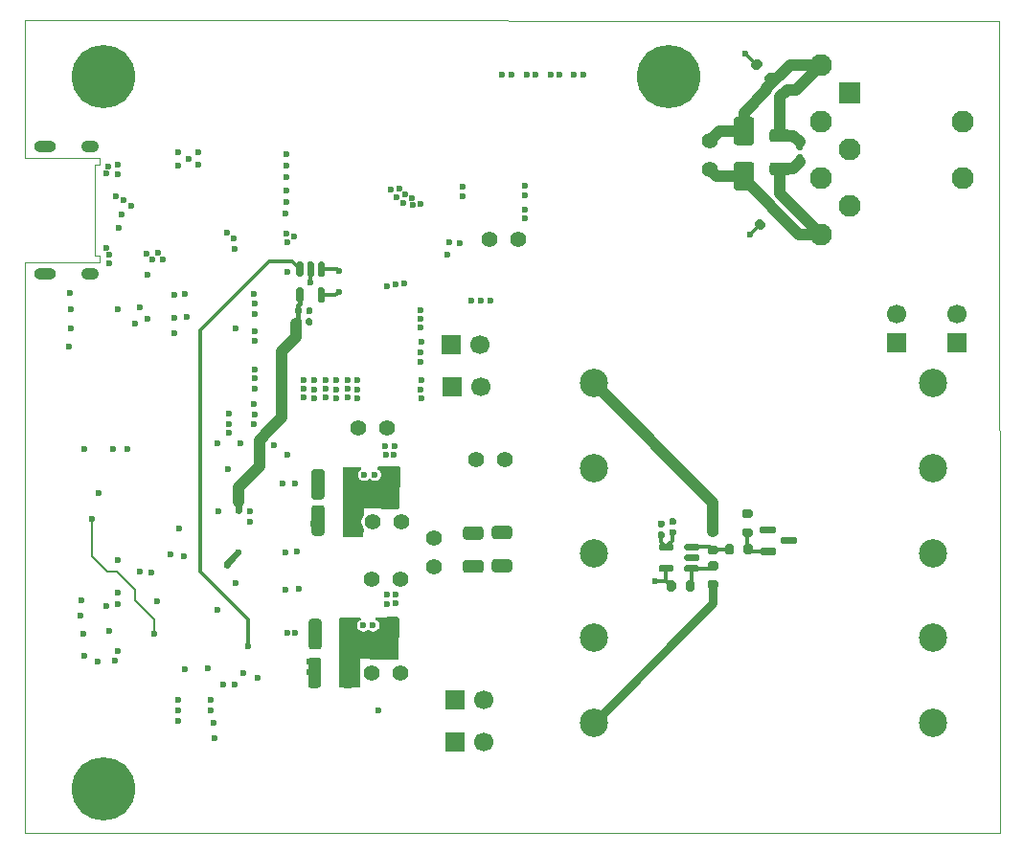
<source format=gbl>
G04 #@! TF.GenerationSoftware,KiCad,Pcbnew,9.0.1+1*
G04 #@! TF.CreationDate,2025-10-15T10:44:53+00:00*
G04 #@! TF.ProjectId,c64psu,63363470-7375-42e6-9b69-6361645f7063,rev?*
G04 #@! TF.SameCoordinates,Original*
G04 #@! TF.FileFunction,Copper,L4,Bot*
G04 #@! TF.FilePolarity,Positive*
%FSLAX46Y46*%
G04 Gerber Fmt 4.6, Leading zero omitted, Abs format (unit mm)*
G04 Created by KiCad (PCBNEW 9.0.1+1) date 2025-10-15 10:44:53*
%MOMM*%
%LPD*%
G01*
G04 APERTURE LIST*
G04 #@! TA.AperFunction,Profile*
%ADD10C,0.050000*%
G04 #@! TD*
G04 #@! TA.AperFunction,ComponentPad*
%ADD11C,2.500000*%
G04 #@! TD*
G04 #@! TA.AperFunction,ComponentPad*
%ADD12C,1.400000*%
G04 #@! TD*
G04 #@! TA.AperFunction,ComponentPad*
%ADD13C,3.600000*%
G04 #@! TD*
G04 #@! TA.AperFunction,ConnectorPad*
%ADD14C,5.600000*%
G04 #@! TD*
G04 #@! TA.AperFunction,ComponentPad*
%ADD15R,1.700000X1.700000*%
G04 #@! TD*
G04 #@! TA.AperFunction,ComponentPad*
%ADD16C,1.700000*%
G04 #@! TD*
G04 #@! TA.AperFunction,ComponentPad*
%ADD17O,1.550000X1.050000*%
G04 #@! TD*
G04 #@! TA.AperFunction,ComponentPad*
%ADD18O,1.950000X1.050000*%
G04 #@! TD*
G04 #@! TA.AperFunction,ComponentPad*
%ADD19C,1.950000*%
G04 #@! TD*
G04 #@! TA.AperFunction,ComponentPad*
%ADD20R,1.950000X1.950000*%
G04 #@! TD*
G04 #@! TA.AperFunction,ViaPad*
%ADD21C,0.600000*%
G04 #@! TD*
G04 #@! TA.AperFunction,Conductor*
%ADD22C,0.300000*%
G04 #@! TD*
G04 #@! TA.AperFunction,Conductor*
%ADD23C,0.800000*%
G04 #@! TD*
G04 #@! TA.AperFunction,Conductor*
%ADD24C,1.000000*%
G04 #@! TD*
G04 #@! TA.AperFunction,Conductor*
%ADD25C,0.600000*%
G04 #@! TD*
G04 #@! TA.AperFunction,Conductor*
%ADD26C,0.400000*%
G04 #@! TD*
G04 #@! TA.AperFunction,Conductor*
%ADD27C,0.210000*%
G04 #@! TD*
G04 APERTURE END LIST*
D10*
X219224551Y-37033468D02*
X219250062Y-108900624D01*
X133100087Y-108875624D01*
X133075074Y-58400000D01*
X139675000Y-58400000D01*
X139675000Y-57800000D01*
X139250000Y-57800000D01*
X139250000Y-49750000D01*
X139700000Y-49750000D01*
X139700000Y-49150000D01*
X133075000Y-49150000D01*
X133075000Y-37008468D01*
X219224551Y-37033468D01*
D11*
X183370000Y-69110000D03*
X183370000Y-76610000D03*
X183370000Y-84110000D03*
X183370000Y-91610000D03*
X183370000Y-99110000D03*
X213370000Y-69110000D03*
X213370000Y-76610000D03*
X213370000Y-84110000D03*
X213370000Y-91610000D03*
X213370000Y-99110000D03*
D12*
X163748400Y-94691200D03*
X166288400Y-94691200D03*
X163799200Y-81330800D03*
X166339200Y-81330800D03*
D13*
X190000000Y-42000000D03*
D14*
X190000000Y-42000000D03*
D15*
X170784600Y-65684400D03*
D16*
X173324600Y-65684400D03*
D15*
X171140200Y-100787200D03*
D16*
X173680200Y-100787200D03*
D15*
X170835400Y-69392800D03*
D16*
X173375400Y-69392800D03*
D12*
X172994001Y-75844400D03*
X175534001Y-75844400D03*
X165079999Y-73050400D03*
X162539999Y-73050400D03*
X169214800Y-85344000D03*
X169214800Y-82804000D03*
D17*
X138850000Y-48155000D03*
X138850000Y-59395000D03*
D18*
X134850000Y-48155000D03*
X134850000Y-59395000D03*
D15*
X171140200Y-97078800D03*
D16*
X173680200Y-97078800D03*
D12*
X166248400Y-86410800D03*
X163708400Y-86410800D03*
D13*
X140000000Y-105000000D03*
D14*
X140000000Y-105000000D03*
D12*
X174170300Y-56365150D03*
X176710300Y-56365150D03*
D19*
X215980000Y-50940000D03*
X215980000Y-45940000D03*
D20*
X205980000Y-43440000D03*
D19*
X205980000Y-48440000D03*
X205980000Y-53440000D03*
X203480000Y-45940000D03*
X203480000Y-50940000D03*
X203480000Y-40940000D03*
X203480000Y-55940000D03*
D12*
X193598800Y-50170399D03*
X193598800Y-47630399D03*
D13*
X140000000Y-42000000D03*
D14*
X140000000Y-42000000D03*
G04 #@! TA.AperFunction,SMDPad,CuDef*
G36*
G01*
X197296800Y-52036802D02*
X195996800Y-52036802D01*
G75*
G02*
X195746800Y-51786802I0J250000D01*
G01*
X195746800Y-49786802D01*
G75*
G02*
X195996800Y-49536802I250000J0D01*
G01*
X197296800Y-49536802D01*
G75*
G02*
X197546800Y-49786802I0J-250000D01*
G01*
X197546800Y-51786802D01*
G75*
G02*
X197296800Y-52036802I-250000J0D01*
G01*
G37*
G04 #@! TD.AperFunction*
G04 #@! TA.AperFunction,SMDPad,CuDef*
G36*
G01*
X197296800Y-48036800D02*
X195996800Y-48036800D01*
G75*
G02*
X195746800Y-47786800I0J250000D01*
G01*
X195746800Y-45786800D01*
G75*
G02*
X195996800Y-45536800I250000J0D01*
G01*
X197296800Y-45536800D01*
G75*
G02*
X197546800Y-45786800I0J-250000D01*
G01*
X197546800Y-47786800D01*
G75*
G02*
X197296800Y-48036800I-250000J0D01*
G01*
G37*
G04 #@! TD.AperFunction*
G04 #@! TA.AperFunction,SMDPad,CuDef*
G36*
G01*
X193628600Y-84830200D02*
X194178600Y-84830200D01*
G75*
G02*
X194378600Y-85030200I0J-200000D01*
G01*
X194378600Y-85430200D01*
G75*
G02*
X194178600Y-85630200I-200000J0D01*
G01*
X193628600Y-85630200D01*
G75*
G02*
X193428600Y-85430200I0J200000D01*
G01*
X193428600Y-85030200D01*
G75*
G02*
X193628600Y-84830200I200000J0D01*
G01*
G37*
G04 #@! TD.AperFunction*
G04 #@! TA.AperFunction,SMDPad,CuDef*
G36*
G01*
X193628600Y-86480200D02*
X194178600Y-86480200D01*
G75*
G02*
X194378600Y-86680200I0J-200000D01*
G01*
X194378600Y-87080200D01*
G75*
G02*
X194178600Y-87280200I-200000J0D01*
G01*
X193628600Y-87280200D01*
G75*
G02*
X193428600Y-87080200I0J200000D01*
G01*
X193428600Y-86680200D01*
G75*
G02*
X193628600Y-86480200I200000J0D01*
G01*
G37*
G04 #@! TD.AperFunction*
G04 #@! TA.AperFunction,SMDPad,CuDef*
G36*
G01*
X192706400Y-83431201D02*
X192706400Y-83731201D01*
G75*
G02*
X192556400Y-83881201I-150000J0D01*
G01*
X191531400Y-83881201D01*
G75*
G02*
X191381400Y-83731201I0J150000D01*
G01*
X191381400Y-83431201D01*
G75*
G02*
X191531400Y-83281201I150000J0D01*
G01*
X192556400Y-83281201D01*
G75*
G02*
X192706400Y-83431201I0J-150000D01*
G01*
G37*
G04 #@! TD.AperFunction*
G04 #@! TA.AperFunction,SMDPad,CuDef*
G36*
G01*
X192706400Y-84381200D02*
X192706400Y-84681200D01*
G75*
G02*
X192556400Y-84831200I-150000J0D01*
G01*
X191531400Y-84831200D01*
G75*
G02*
X191381400Y-84681200I0J150000D01*
G01*
X191381400Y-84381200D01*
G75*
G02*
X191531400Y-84231200I150000J0D01*
G01*
X192556400Y-84231200D01*
G75*
G02*
X192706400Y-84381200I0J-150000D01*
G01*
G37*
G04 #@! TD.AperFunction*
G04 #@! TA.AperFunction,SMDPad,CuDef*
G36*
G01*
X192706400Y-85331199D02*
X192706400Y-85631199D01*
G75*
G02*
X192556400Y-85781199I-150000J0D01*
G01*
X191531400Y-85781199D01*
G75*
G02*
X191381400Y-85631199I0J150000D01*
G01*
X191381400Y-85331199D01*
G75*
G02*
X191531400Y-85181199I150000J0D01*
G01*
X192556400Y-85181199D01*
G75*
G02*
X192706400Y-85331199I0J-150000D01*
G01*
G37*
G04 #@! TD.AperFunction*
G04 #@! TA.AperFunction,SMDPad,CuDef*
G36*
G01*
X190431400Y-85331199D02*
X190431400Y-85631199D01*
G75*
G02*
X190281400Y-85781199I-150000J0D01*
G01*
X189256400Y-85781199D01*
G75*
G02*
X189106400Y-85631199I0J150000D01*
G01*
X189106400Y-85331199D01*
G75*
G02*
X189256400Y-85181199I150000J0D01*
G01*
X190281400Y-85181199D01*
G75*
G02*
X190431400Y-85331199I0J-150000D01*
G01*
G37*
G04 #@! TD.AperFunction*
G04 #@! TA.AperFunction,SMDPad,CuDef*
G36*
G01*
X190431400Y-83431201D02*
X190431400Y-83731201D01*
G75*
G02*
X190281400Y-83881201I-150000J0D01*
G01*
X189256400Y-83881201D01*
G75*
G02*
X189106400Y-83731201I0J150000D01*
G01*
X189106400Y-83431201D01*
G75*
G02*
X189256400Y-83281201I150000J0D01*
G01*
X190281400Y-83281201D01*
G75*
G02*
X190431400Y-83431201I0J-150000D01*
G01*
G37*
G04 #@! TD.AperFunction*
G04 #@! TA.AperFunction,SMDPad,CuDef*
G36*
G01*
X157243601Y-58347200D02*
X157543601Y-58347200D01*
G75*
G02*
X157693601Y-58497200I0J-150000D01*
G01*
X157693601Y-59522200D01*
G75*
G02*
X157543601Y-59672200I-150000J0D01*
G01*
X157243601Y-59672200D01*
G75*
G02*
X157093601Y-59522200I0J150000D01*
G01*
X157093601Y-58497200D01*
G75*
G02*
X157243601Y-58347200I150000J0D01*
G01*
G37*
G04 #@! TD.AperFunction*
G04 #@! TA.AperFunction,SMDPad,CuDef*
G36*
G01*
X158193600Y-58347200D02*
X158493600Y-58347200D01*
G75*
G02*
X158643600Y-58497200I0J-150000D01*
G01*
X158643600Y-59522200D01*
G75*
G02*
X158493600Y-59672200I-150000J0D01*
G01*
X158193600Y-59672200D01*
G75*
G02*
X158043600Y-59522200I0J150000D01*
G01*
X158043600Y-58497200D01*
G75*
G02*
X158193600Y-58347200I150000J0D01*
G01*
G37*
G04 #@! TD.AperFunction*
G04 #@! TA.AperFunction,SMDPad,CuDef*
G36*
G01*
X159143599Y-58347200D02*
X159443599Y-58347200D01*
G75*
G02*
X159593599Y-58497200I0J-150000D01*
G01*
X159593599Y-59522200D01*
G75*
G02*
X159443599Y-59672200I-150000J0D01*
G01*
X159143599Y-59672200D01*
G75*
G02*
X158993599Y-59522200I0J150000D01*
G01*
X158993599Y-58497200D01*
G75*
G02*
X159143599Y-58347200I150000J0D01*
G01*
G37*
G04 #@! TD.AperFunction*
G04 #@! TA.AperFunction,SMDPad,CuDef*
G36*
G01*
X159143599Y-60622200D02*
X159443599Y-60622200D01*
G75*
G02*
X159593599Y-60772200I0J-150000D01*
G01*
X159593599Y-61797200D01*
G75*
G02*
X159443599Y-61947200I-150000J0D01*
G01*
X159143599Y-61947200D01*
G75*
G02*
X158993599Y-61797200I0J150000D01*
G01*
X158993599Y-60772200D01*
G75*
G02*
X159143599Y-60622200I150000J0D01*
G01*
G37*
G04 #@! TD.AperFunction*
G04 #@! TA.AperFunction,SMDPad,CuDef*
G36*
G01*
X157243601Y-60622200D02*
X157543601Y-60622200D01*
G75*
G02*
X157693601Y-60772200I0J-150000D01*
G01*
X157693601Y-61797200D01*
G75*
G02*
X157543601Y-61947200I-150000J0D01*
G01*
X157243601Y-61947200D01*
G75*
G02*
X157093601Y-61797200I0J150000D01*
G01*
X157093601Y-60772200D01*
G75*
G02*
X157243601Y-60622200I150000J0D01*
G01*
G37*
G04 #@! TD.AperFunction*
G04 #@! TA.AperFunction,SMDPad,CuDef*
G36*
G01*
X192283800Y-86745400D02*
X192283800Y-87295400D01*
G75*
G02*
X192083800Y-87495400I-200000J0D01*
G01*
X191683800Y-87495400D01*
G75*
G02*
X191483800Y-87295400I0J200000D01*
G01*
X191483800Y-86745400D01*
G75*
G02*
X191683800Y-86545400I200000J0D01*
G01*
X192083800Y-86545400D01*
G75*
G02*
X192283800Y-86745400I0J-200000D01*
G01*
G37*
G04 #@! TD.AperFunction*
G04 #@! TA.AperFunction,SMDPad,CuDef*
G36*
G01*
X190633800Y-86745400D02*
X190633800Y-87295400D01*
G75*
G02*
X190433800Y-87495400I-200000J0D01*
G01*
X190033800Y-87495400D01*
G75*
G02*
X189833800Y-87295400I0J200000D01*
G01*
X189833800Y-86745400D01*
G75*
G02*
X190033800Y-86545400I200000J0D01*
G01*
X190433800Y-86545400D01*
G75*
G02*
X190633800Y-86745400I0J-200000D01*
G01*
G37*
G04 #@! TD.AperFunction*
G04 #@! TA.AperFunction,SMDPad,CuDef*
G36*
G01*
X197226600Y-82696000D02*
X196676600Y-82696000D01*
G75*
G02*
X196476600Y-82496000I0J200000D01*
G01*
X196476600Y-82096000D01*
G75*
G02*
X196676600Y-81896000I200000J0D01*
G01*
X197226600Y-81896000D01*
G75*
G02*
X197426600Y-82096000I0J-200000D01*
G01*
X197426600Y-82496000D01*
G75*
G02*
X197226600Y-82696000I-200000J0D01*
G01*
G37*
G04 #@! TD.AperFunction*
G04 #@! TA.AperFunction,SMDPad,CuDef*
G36*
G01*
X197226600Y-81046000D02*
X196676600Y-81046000D01*
G75*
G02*
X196476600Y-80846000I0J200000D01*
G01*
X196476600Y-80446000D01*
G75*
G02*
X196676600Y-80246000I200000J0D01*
G01*
X197226600Y-80246000D01*
G75*
G02*
X197426600Y-80446000I0J-200000D01*
G01*
X197426600Y-80846000D01*
G75*
G02*
X197226600Y-81046000I-200000J0D01*
G01*
G37*
G04 #@! TD.AperFunction*
G04 #@! TA.AperFunction,SMDPad,CuDef*
G36*
G01*
X162222400Y-93591200D02*
X162222400Y-95791200D01*
G75*
G02*
X161972400Y-96041200I-250000J0D01*
G01*
X161322400Y-96041200D01*
G75*
G02*
X161072400Y-95791200I0J250000D01*
G01*
X161072400Y-93591200D01*
G75*
G02*
X161322400Y-93341200I250000J0D01*
G01*
X161972400Y-93341200D01*
G75*
G02*
X162222400Y-93591200I0J-250000D01*
G01*
G37*
G04 #@! TD.AperFunction*
G04 #@! TA.AperFunction,SMDPad,CuDef*
G36*
G01*
X159272400Y-93591200D02*
X159272400Y-95791200D01*
G75*
G02*
X159022400Y-96041200I-250000J0D01*
G01*
X158372400Y-96041200D01*
G75*
G02*
X158122400Y-95791200I0J250000D01*
G01*
X158122400Y-93591200D01*
G75*
G02*
X158372400Y-93341200I250000J0D01*
G01*
X159022400Y-93341200D01*
G75*
G02*
X159272400Y-93591200I0J-250000D01*
G01*
G37*
G04 #@! TD.AperFunction*
G04 #@! TA.AperFunction,SMDPad,CuDef*
G36*
G01*
X158427199Y-79128800D02*
X158427199Y-76928800D01*
G75*
G02*
X158677199Y-76678800I250000J0D01*
G01*
X159327199Y-76678800D01*
G75*
G02*
X159577199Y-76928800I0J-250000D01*
G01*
X159577199Y-79128800D01*
G75*
G02*
X159327199Y-79378800I-250000J0D01*
G01*
X158677199Y-79378800D01*
G75*
G02*
X158427199Y-79128800I0J250000D01*
G01*
G37*
G04 #@! TD.AperFunction*
G04 #@! TA.AperFunction,SMDPad,CuDef*
G36*
G01*
X161377201Y-79128800D02*
X161377201Y-76928800D01*
G75*
G02*
X161627201Y-76678800I250000J0D01*
G01*
X162277201Y-76678800D01*
G75*
G02*
X162527201Y-76928800I0J-250000D01*
G01*
X162527201Y-79128800D01*
G75*
G02*
X162277201Y-79378800I-250000J0D01*
G01*
X161627201Y-79378800D01*
G75*
G02*
X161377201Y-79128800I0J250000D01*
G01*
G37*
G04 #@! TD.AperFunction*
G04 #@! TA.AperFunction,SMDPad,CuDef*
G36*
G01*
X174603708Y-81712215D02*
X175903708Y-81712215D01*
G75*
G02*
X176153708Y-81962215I0J-250000D01*
G01*
X176153708Y-82612215D01*
G75*
G02*
X175903708Y-82862215I-250000J0D01*
G01*
X174603708Y-82862215D01*
G75*
G02*
X174353708Y-82612215I0J250000D01*
G01*
X174353708Y-81962215D01*
G75*
G02*
X174603708Y-81712215I250000J0D01*
G01*
G37*
G04 #@! TD.AperFunction*
G04 #@! TA.AperFunction,SMDPad,CuDef*
G36*
G01*
X174603708Y-84662217D02*
X175903708Y-84662217D01*
G75*
G02*
X176153708Y-84912217I0J-250000D01*
G01*
X176153708Y-85562217D01*
G75*
G02*
X175903708Y-85812217I-250000J0D01*
G01*
X174603708Y-85812217D01*
G75*
G02*
X174353708Y-85562217I0J250000D01*
G01*
X174353708Y-84912217D01*
G75*
G02*
X174603708Y-84662217I250000J0D01*
G01*
G37*
G04 #@! TD.AperFunction*
G04 #@! TA.AperFunction,SMDPad,CuDef*
G36*
G01*
X199350551Y-53396940D02*
X199739460Y-53785849D01*
G75*
G02*
X199739460Y-54068691I-141421J-141421D01*
G01*
X199456617Y-54351534D01*
G75*
G02*
X199173775Y-54351534I-141421J141421D01*
G01*
X198784866Y-53962625D01*
G75*
G02*
X198784866Y-53679783I141421J141421D01*
G01*
X199067709Y-53396940D01*
G75*
G02*
X199350551Y-53396940I141421J-141421D01*
G01*
G37*
G04 #@! TD.AperFunction*
G04 #@! TA.AperFunction,SMDPad,CuDef*
G36*
G01*
X198183825Y-54563666D02*
X198572734Y-54952575D01*
G75*
G02*
X198572734Y-55235417I-141421J-141421D01*
G01*
X198289891Y-55518260D01*
G75*
G02*
X198007049Y-55518260I-141421J141421D01*
G01*
X197618140Y-55129351D01*
G75*
G02*
X197618140Y-54846509I141421J141421D01*
G01*
X197900983Y-54563666D01*
G75*
G02*
X198183825Y-54563666I141421J-141421D01*
G01*
G37*
G04 #@! TD.AperFunction*
G04 #@! TA.AperFunction,SMDPad,CuDef*
G36*
G01*
X199170000Y-46619999D02*
X200470000Y-46619999D01*
G75*
G02*
X200720000Y-46869999I0J-250000D01*
G01*
X200720000Y-47519999D01*
G75*
G02*
X200470000Y-47769999I-250000J0D01*
G01*
X199170000Y-47769999D01*
G75*
G02*
X198920000Y-47519999I0J250000D01*
G01*
X198920000Y-46869999D01*
G75*
G02*
X199170000Y-46619999I250000J0D01*
G01*
G37*
G04 #@! TD.AperFunction*
G04 #@! TA.AperFunction,SMDPad,CuDef*
G36*
G01*
X199170000Y-49570001D02*
X200470000Y-49570001D01*
G75*
G02*
X200720000Y-49820001I0J-250000D01*
G01*
X200720000Y-50470001D01*
G75*
G02*
X200470000Y-50720001I-250000J0D01*
G01*
X199170000Y-50720001D01*
G75*
G02*
X198920000Y-50470001I0J250000D01*
G01*
X198920000Y-49820001D01*
G75*
G02*
X199170000Y-49570001I250000J0D01*
G01*
G37*
G04 #@! TD.AperFunction*
G04 #@! TA.AperFunction,SMDPad,CuDef*
G36*
G01*
X156974000Y-63822400D02*
X156974000Y-63482400D01*
G75*
G02*
X157114000Y-63342400I140000J0D01*
G01*
X157394000Y-63342400D01*
G75*
G02*
X157534000Y-63482400I0J-140000D01*
G01*
X157534000Y-63822400D01*
G75*
G02*
X157394000Y-63962400I-140000J0D01*
G01*
X157114000Y-63962400D01*
G75*
G02*
X156974000Y-63822400I0J140000D01*
G01*
G37*
G04 #@! TD.AperFunction*
G04 #@! TA.AperFunction,SMDPad,CuDef*
G36*
G01*
X157934000Y-63822400D02*
X157934000Y-63482400D01*
G75*
G02*
X158074000Y-63342400I140000J0D01*
G01*
X158354000Y-63342400D01*
G75*
G02*
X158494000Y-63482400I0J-140000D01*
G01*
X158494000Y-63822400D01*
G75*
G02*
X158354000Y-63962400I-140000J0D01*
G01*
X158074000Y-63962400D01*
G75*
G02*
X157934000Y-63822400I0J140000D01*
G01*
G37*
G04 #@! TD.AperFunction*
G04 #@! TA.AperFunction,SMDPad,CuDef*
G36*
G01*
X158427199Y-82329200D02*
X158427199Y-80129200D01*
G75*
G02*
X158677199Y-79879200I250000J0D01*
G01*
X159327199Y-79879200D01*
G75*
G02*
X159577199Y-80129200I0J-250000D01*
G01*
X159577199Y-82329200D01*
G75*
G02*
X159327199Y-82579200I-250000J0D01*
G01*
X158677199Y-82579200D01*
G75*
G02*
X158427199Y-82329200I0J250000D01*
G01*
G37*
G04 #@! TD.AperFunction*
G04 #@! TA.AperFunction,SMDPad,CuDef*
G36*
G01*
X161377201Y-82329200D02*
X161377201Y-80129200D01*
G75*
G02*
X161627201Y-79879200I250000J0D01*
G01*
X162277201Y-79879200D01*
G75*
G02*
X162527201Y-80129200I0J-250000D01*
G01*
X162527201Y-82329200D01*
G75*
G02*
X162277201Y-82579200I-250000J0D01*
G01*
X161627201Y-82579200D01*
G75*
G02*
X161377201Y-82329200I0J250000D01*
G01*
G37*
G04 #@! TD.AperFunction*
G04 #@! TA.AperFunction,SMDPad,CuDef*
G36*
G01*
X162273201Y-90187600D02*
X162273201Y-92387600D01*
G75*
G02*
X162023201Y-92637600I-250000J0D01*
G01*
X161373201Y-92637600D01*
G75*
G02*
X161123201Y-92387600I0J250000D01*
G01*
X161123201Y-90187600D01*
G75*
G02*
X161373201Y-89937600I250000J0D01*
G01*
X162023201Y-89937600D01*
G75*
G02*
X162273201Y-90187600I0J-250000D01*
G01*
G37*
G04 #@! TD.AperFunction*
G04 #@! TA.AperFunction,SMDPad,CuDef*
G36*
G01*
X159323199Y-90187600D02*
X159323199Y-92387600D01*
G75*
G02*
X159073199Y-92637600I-250000J0D01*
G01*
X158423199Y-92637600D01*
G75*
G02*
X158173199Y-92387600I0J250000D01*
G01*
X158173199Y-90187600D01*
G75*
G02*
X158423199Y-89937600I250000J0D01*
G01*
X159073199Y-89937600D01*
G75*
G02*
X159323199Y-90187600I0J-250000D01*
G01*
G37*
G04 #@! TD.AperFunction*
G04 #@! TA.AperFunction,SMDPad,CuDef*
G36*
G01*
X194964600Y-84044200D02*
X194964600Y-83494200D01*
G75*
G02*
X195164600Y-83294200I200000J0D01*
G01*
X195564600Y-83294200D01*
G75*
G02*
X195764600Y-83494200I0J-200000D01*
G01*
X195764600Y-84044200D01*
G75*
G02*
X195564600Y-84244200I-200000J0D01*
G01*
X195164600Y-84244200D01*
G75*
G02*
X194964600Y-84044200I0J200000D01*
G01*
G37*
G04 #@! TD.AperFunction*
G04 #@! TA.AperFunction,SMDPad,CuDef*
G36*
G01*
X196614600Y-84044200D02*
X196614600Y-83494200D01*
G75*
G02*
X196814600Y-83294200I200000J0D01*
G01*
X197214600Y-83294200D01*
G75*
G02*
X197414600Y-83494200I0J-200000D01*
G01*
X197414600Y-84044200D01*
G75*
G02*
X197214600Y-84244200I-200000J0D01*
G01*
X196814600Y-84244200D01*
G75*
G02*
X196614600Y-84044200I0J200000D01*
G01*
G37*
G04 #@! TD.AperFunction*
D15*
X215442800Y-65486200D03*
D16*
X215442800Y-62946200D03*
G04 #@! TA.AperFunction,SMDPad,CuDef*
G36*
G01*
X189161600Y-81259200D02*
X189501600Y-81259200D01*
G75*
G02*
X189641600Y-81399200I0J-140000D01*
G01*
X189641600Y-81679200D01*
G75*
G02*
X189501600Y-81819200I-140000J0D01*
G01*
X189161600Y-81819200D01*
G75*
G02*
X189021600Y-81679200I0J140000D01*
G01*
X189021600Y-81399200D01*
G75*
G02*
X189161600Y-81259200I140000J0D01*
G01*
G37*
G04 #@! TD.AperFunction*
G04 #@! TA.AperFunction,SMDPad,CuDef*
G36*
G01*
X189161600Y-82219200D02*
X189501600Y-82219200D01*
G75*
G02*
X189641600Y-82359200I0J-140000D01*
G01*
X189641600Y-82639200D01*
G75*
G02*
X189501600Y-82779200I-140000J0D01*
G01*
X189161600Y-82779200D01*
G75*
G02*
X189021600Y-82639200I0J140000D01*
G01*
X189021600Y-82359200D01*
G75*
G02*
X189161600Y-82219200I140000J0D01*
G01*
G37*
G04 #@! TD.AperFunction*
G04 #@! TA.AperFunction,SMDPad,CuDef*
G36*
G01*
X198019800Y-84121300D02*
X198019800Y-83821300D01*
G75*
G02*
X198169800Y-83671300I150000J0D01*
G01*
X199344800Y-83671300D01*
G75*
G02*
X199494800Y-83821300I0J-150000D01*
G01*
X199494800Y-84121300D01*
G75*
G02*
X199344800Y-84271300I-150000J0D01*
G01*
X198169800Y-84271300D01*
G75*
G02*
X198019800Y-84121300I0J150000D01*
G01*
G37*
G04 #@! TD.AperFunction*
G04 #@! TA.AperFunction,SMDPad,CuDef*
G36*
G01*
X198019800Y-82221300D02*
X198019800Y-81921300D01*
G75*
G02*
X198169800Y-81771300I150000J0D01*
G01*
X199344800Y-81771300D01*
G75*
G02*
X199494800Y-81921300I0J-150000D01*
G01*
X199494800Y-82221300D01*
G75*
G02*
X199344800Y-82371300I-150000J0D01*
G01*
X198169800Y-82371300D01*
G75*
G02*
X198019800Y-82221300I0J150000D01*
G01*
G37*
G04 #@! TD.AperFunction*
G04 #@! TA.AperFunction,SMDPad,CuDef*
G36*
G01*
X199894801Y-83171300D02*
X199894801Y-82871300D01*
G75*
G02*
X200044801Y-82721300I150000J0D01*
G01*
X201219801Y-82721300D01*
G75*
G02*
X201369801Y-82871300I0J-150000D01*
G01*
X201369801Y-83171300D01*
G75*
G02*
X201219801Y-83321300I-150000J0D01*
G01*
X200044801Y-83321300D01*
G75*
G02*
X199894801Y-83171300I0J150000D01*
G01*
G37*
G04 #@! TD.AperFunction*
G04 #@! TA.AperFunction,SMDPad,CuDef*
G36*
G01*
X172071743Y-81763741D02*
X173371743Y-81763741D01*
G75*
G02*
X173621743Y-82013741I0J-250000D01*
G01*
X173621743Y-82663741D01*
G75*
G02*
X173371743Y-82913741I-250000J0D01*
G01*
X172071743Y-82913741D01*
G75*
G02*
X171821743Y-82663741I0J250000D01*
G01*
X171821743Y-82013741D01*
G75*
G02*
X172071743Y-81763741I250000J0D01*
G01*
G37*
G04 #@! TD.AperFunction*
G04 #@! TA.AperFunction,SMDPad,CuDef*
G36*
G01*
X172071743Y-84713743D02*
X173371743Y-84713743D01*
G75*
G02*
X173621743Y-84963743I0J-250000D01*
G01*
X173621743Y-85613743D01*
G75*
G02*
X173371743Y-85863743I-250000J0D01*
G01*
X172071743Y-85863743D01*
G75*
G02*
X171821743Y-85613743I0J250000D01*
G01*
X171821743Y-84963743D01*
G75*
G02*
X172071743Y-84713743I250000J0D01*
G01*
G37*
G04 #@! TD.AperFunction*
G04 #@! TA.AperFunction,SMDPad,CuDef*
G36*
G01*
X201404400Y-47906400D02*
X201744400Y-47906400D01*
G75*
G02*
X201884400Y-48046400I0J-140000D01*
G01*
X201884400Y-48326400D01*
G75*
G02*
X201744400Y-48466400I-140000J0D01*
G01*
X201404400Y-48466400D01*
G75*
G02*
X201264400Y-48326400I0J140000D01*
G01*
X201264400Y-48046400D01*
G75*
G02*
X201404400Y-47906400I140000J0D01*
G01*
G37*
G04 #@! TD.AperFunction*
G04 #@! TA.AperFunction,SMDPad,CuDef*
G36*
G01*
X201404400Y-48866400D02*
X201744400Y-48866400D01*
G75*
G02*
X201884400Y-49006400I0J-140000D01*
G01*
X201884400Y-49286400D01*
G75*
G02*
X201744400Y-49426400I-140000J0D01*
G01*
X201404400Y-49426400D01*
G75*
G02*
X201264400Y-49286400I0J140000D01*
G01*
X201264400Y-49006400D01*
G75*
G02*
X201404400Y-48866400I140000J0D01*
G01*
G37*
G04 #@! TD.AperFunction*
G04 #@! TA.AperFunction,SMDPad,CuDef*
G36*
G01*
X190517600Y-82548000D02*
X190177600Y-82548000D01*
G75*
G02*
X190037600Y-82408000I0J140000D01*
G01*
X190037600Y-82128000D01*
G75*
G02*
X190177600Y-81988000I140000J0D01*
G01*
X190517600Y-81988000D01*
G75*
G02*
X190657600Y-82128000I0J-140000D01*
G01*
X190657600Y-82408000D01*
G75*
G02*
X190517600Y-82548000I-140000J0D01*
G01*
G37*
G04 #@! TD.AperFunction*
G04 #@! TA.AperFunction,SMDPad,CuDef*
G36*
G01*
X190517600Y-81588000D02*
X190177600Y-81588000D01*
G75*
G02*
X190037600Y-81448000I0J140000D01*
G01*
X190037600Y-81168000D01*
G75*
G02*
X190177600Y-81028000I140000J0D01*
G01*
X190517600Y-81028000D01*
G75*
G02*
X190657600Y-81168000I0J-140000D01*
G01*
X190657600Y-81448000D01*
G75*
G02*
X190517600Y-81588000I-140000J0D01*
G01*
G37*
G04 #@! TD.AperFunction*
G04 #@! TA.AperFunction,SMDPad,CuDef*
G36*
G01*
X197313340Y-40831849D02*
X197702249Y-40442940D01*
G75*
G02*
X197985091Y-40442940I141421J-141421D01*
G01*
X198267934Y-40725783D01*
G75*
G02*
X198267934Y-41008625I-141421J-141421D01*
G01*
X197879025Y-41397534D01*
G75*
G02*
X197596183Y-41397534I-141421J141421D01*
G01*
X197313340Y-41114691D01*
G75*
G02*
X197313340Y-40831849I141421J141421D01*
G01*
G37*
G04 #@! TD.AperFunction*
G04 #@! TA.AperFunction,SMDPad,CuDef*
G36*
G01*
X198480066Y-41998575D02*
X198868975Y-41609666D01*
G75*
G02*
X199151817Y-41609666I141421J-141421D01*
G01*
X199434660Y-41892509D01*
G75*
G02*
X199434660Y-42175351I-141421J-141421D01*
G01*
X199045751Y-42564260D01*
G75*
G02*
X198762909Y-42564260I-141421J141421D01*
G01*
X198480066Y-42281417D01*
G75*
G02*
X198480066Y-41998575I141421J141421D01*
G01*
G37*
G04 #@! TD.AperFunction*
D15*
X210108800Y-65537000D03*
D16*
X210108800Y-62997000D03*
G04 #@! TA.AperFunction,SMDPad,CuDef*
G36*
G01*
X158522000Y-62517200D02*
X158522000Y-62857200D01*
G75*
G02*
X158382000Y-62997200I-140000J0D01*
G01*
X158102000Y-62997200D01*
G75*
G02*
X157962000Y-62857200I0J140000D01*
G01*
X157962000Y-62517200D01*
G75*
G02*
X158102000Y-62377200I140000J0D01*
G01*
X158382000Y-62377200D01*
G75*
G02*
X158522000Y-62517200I0J-140000D01*
G01*
G37*
G04 #@! TD.AperFunction*
G04 #@! TA.AperFunction,SMDPad,CuDef*
G36*
G01*
X157562000Y-62517200D02*
X157562000Y-62857200D01*
G75*
G02*
X157422000Y-62997200I-140000J0D01*
G01*
X157142000Y-62997200D01*
G75*
G02*
X157002000Y-62857200I0J140000D01*
G01*
X157002000Y-62517200D01*
G75*
G02*
X157142000Y-62377200I140000J0D01*
G01*
X157422000Y-62377200D01*
G75*
G02*
X157562000Y-62517200I0J-140000D01*
G01*
G37*
G04 #@! TD.AperFunction*
G04 #@! TA.AperFunction,SMDPad,CuDef*
G36*
G01*
X194178600Y-84232200D02*
X193628600Y-84232200D01*
G75*
G02*
X193428600Y-84032200I0J200000D01*
G01*
X193428600Y-83632200D01*
G75*
G02*
X193628600Y-83432200I200000J0D01*
G01*
X194178600Y-83432200D01*
G75*
G02*
X194378600Y-83632200I0J-200000D01*
G01*
X194378600Y-84032200D01*
G75*
G02*
X194178600Y-84232200I-200000J0D01*
G01*
G37*
G04 #@! TD.AperFunction*
G04 #@! TA.AperFunction,SMDPad,CuDef*
G36*
G01*
X194178600Y-82582200D02*
X193628600Y-82582200D01*
G75*
G02*
X193428600Y-82382200I0J200000D01*
G01*
X193428600Y-81982200D01*
G75*
G02*
X193628600Y-81782200I200000J0D01*
G01*
X194178600Y-81782200D01*
G75*
G02*
X194378600Y-81982200I0J-200000D01*
G01*
X194378600Y-82382200D01*
G75*
G02*
X194178600Y-82582200I-200000J0D01*
G01*
G37*
G04 #@! TD.AperFunction*
D21*
X165108825Y-88595899D03*
X180330666Y-41826435D03*
X137007600Y-65836800D03*
X158242000Y-62687200D03*
X165854388Y-88555442D03*
X153397213Y-69534603D03*
X147232327Y-61231221D03*
X147367023Y-63241024D03*
X165056809Y-87792540D03*
X151605000Y-95741000D03*
X165404800Y-51968400D03*
X158556227Y-81495975D03*
X141333500Y-50573950D03*
X146631130Y-48684508D03*
X151064199Y-76720200D03*
X153414200Y-68630800D03*
X158680941Y-90451412D03*
X140331850Y-57091395D03*
X148432067Y-48691598D03*
X163017200Y-90502800D03*
X177264313Y-54513732D03*
X158270000Y-93675200D03*
X158658756Y-95521926D03*
X158625582Y-80565466D03*
X137109200Y-61112400D03*
X164986239Y-75423107D03*
X150084899Y-74380500D03*
X151683800Y-86777400D03*
X189331600Y-81539200D03*
X156289200Y-91135200D03*
X145282548Y-58147437D03*
X177249454Y-53711346D03*
X158985445Y-78639616D03*
X177249454Y-51660805D03*
X165749141Y-74631307D03*
X149522200Y-98027000D03*
X197205600Y-55930800D03*
X168147627Y-68804616D03*
X153431890Y-63006592D03*
X165731802Y-75382650D03*
X141325600Y-84734400D03*
X138323400Y-93201000D03*
X147531100Y-49253150D03*
X137160000Y-62548750D03*
X144836226Y-57520465D03*
X168063455Y-63370012D03*
X141333500Y-49761150D03*
X153379874Y-64506387D03*
X158270000Y-94640400D03*
X158214000Y-63652400D03*
X159002783Y-77434578D03*
X177271743Y-52478050D03*
X140307085Y-50562617D03*
X143818100Y-57662976D03*
X149245400Y-94318600D03*
X164934223Y-74619748D03*
X166682700Y-52402750D03*
X146654600Y-97061800D03*
X138120200Y-88324200D03*
X156212776Y-48842560D03*
X168099001Y-69646800D03*
X138034789Y-89679611D03*
X146673671Y-49826047D03*
X141320600Y-87641000D03*
X170456850Y-57736750D03*
X153440560Y-67904767D03*
X141320600Y-92794600D03*
X153003299Y-80397700D03*
X146659800Y-98027000D03*
X143962600Y-59486800D03*
X167363100Y-53332350D03*
X176095853Y-41819004D03*
X166606159Y-60251828D03*
X137160000Y-64211200D03*
X144775000Y-88375000D03*
X196799200Y-39928800D03*
X147264200Y-94420200D03*
X168079528Y-64120091D03*
X140304600Y-88781400D03*
X168095611Y-67205124D03*
X144395672Y-58112274D03*
X140863400Y-74944200D03*
X146310724Y-63283560D03*
X178205830Y-41811576D03*
X165871727Y-87804099D03*
X140579500Y-58488140D03*
X146324903Y-61263122D03*
X157175200Y-83972400D03*
X156114589Y-54095953D03*
X164033200Y-77193200D03*
X148417887Y-49804776D03*
X168099001Y-66344800D03*
X156174024Y-52075130D03*
X146287500Y-64656750D03*
X182425784Y-41811576D03*
X165971500Y-52605950D03*
X140503893Y-90994456D03*
X165140473Y-60480033D03*
X156219341Y-53075254D03*
X153362536Y-72742258D03*
X192043900Y-84531200D03*
X158343600Y-60198000D03*
X143228200Y-85733400D03*
X171750508Y-52544481D03*
X156936817Y-77946457D03*
X177455451Y-41819004D03*
X146652601Y-98992200D03*
X153026099Y-81362900D03*
X190347600Y-81308000D03*
X141066600Y-93658200D03*
X156959628Y-91158318D03*
X153414199Y-62077600D03*
X139542600Y-93743611D03*
X153371205Y-70947705D03*
X140569594Y-57765003D03*
X153414199Y-71882000D03*
X156208199Y-49834800D03*
X138323400Y-74944200D03*
X171559500Y-56722749D03*
X168097200Y-53238400D03*
X149522200Y-97061800D03*
X168074170Y-62657438D03*
X156220753Y-50860339D03*
X155861820Y-77955127D03*
X171770320Y-51742096D03*
X175286038Y-41833864D03*
X163870799Y-90502800D03*
X165872153Y-60310763D03*
X167292300Y-52758350D03*
X150214499Y-80397700D03*
X179543140Y-41833864D03*
X166530300Y-53113950D03*
X153371205Y-61160023D03*
X166174700Y-51894750D03*
X158748199Y-91287600D03*
X156159200Y-84023200D03*
X163068000Y-77193200D03*
X138276507Y-91241944D03*
X142133400Y-74944200D03*
X181608540Y-41811576D03*
X152116899Y-74403300D03*
X150120848Y-89122200D03*
X153416000Y-65328800D03*
X168160631Y-65397567D03*
X168121619Y-70443121D03*
X170637200Y-56642000D03*
X140498762Y-49899690D03*
X198808100Y-82057200D03*
X156311600Y-59283600D03*
X151750000Y-64250000D03*
X160832800Y-59183900D03*
X151125000Y-72700000D03*
X190347600Y-82268000D03*
X174250000Y-61750000D03*
X151156092Y-71816415D03*
X189331600Y-82499200D03*
X173375000Y-61750000D03*
X172575000Y-61750000D03*
X151125000Y-73500000D03*
X152014000Y-84082400D03*
X150617000Y-95741000D03*
X152014198Y-79550000D03*
X149855000Y-100516200D03*
X151429800Y-84666600D03*
X196951600Y-80646000D03*
X149753400Y-99144600D03*
X141320600Y-88601000D03*
X152014198Y-80340000D03*
X150921800Y-85174600D03*
X144260200Y-85835000D03*
X141607500Y-54138750D03*
X142846261Y-63856647D03*
X141822754Y-52912510D03*
X143924300Y-63375550D03*
X142458534Y-53398090D03*
X141127500Y-52516750D03*
X143213100Y-62421750D03*
X141367500Y-55349750D03*
X141289958Y-62570008D03*
X144526000Y-91236800D03*
X139039600Y-81127600D03*
X139593400Y-78844200D03*
X146761200Y-81940400D03*
X151540302Y-56263550D03*
X156849777Y-56095732D03*
X156255505Y-56617952D03*
X156179777Y-55825732D03*
X151595100Y-57228750D03*
X150934700Y-55755550D03*
X188772800Y-86614000D03*
X164338000Y-98044000D03*
X174762932Y-82287215D03*
X175833716Y-82231445D03*
X173078677Y-82287215D03*
X172275589Y-82320677D03*
X152857200Y-92354400D03*
X172164049Y-85254180D03*
X175588328Y-85164948D03*
X173112139Y-85254180D03*
X174751778Y-85198410D03*
X157276800Y-87274400D03*
X153670000Y-95148400D03*
X152404000Y-94738000D03*
X156108400Y-87325200D03*
X145925420Y-84198580D03*
X155143200Y-74574400D03*
X147116800Y-84378800D03*
X156325800Y-75412600D03*
X161147697Y-91189962D03*
X161594800Y-69596000D03*
X161594800Y-70358000D03*
X164950168Y-77703450D03*
X159664400Y-68834000D03*
X162997962Y-78314799D03*
X163017200Y-91462800D03*
X159664400Y-69596000D03*
X160578800Y-69646800D03*
X165800405Y-78296818D03*
X165779842Y-90907665D03*
X161654536Y-77952613D03*
X165779856Y-77672626D03*
X160832800Y-61008900D03*
X157734000Y-70358000D03*
X162509200Y-68834000D03*
X157734000Y-68834000D03*
X161594800Y-68834000D03*
X164469823Y-78307093D03*
X163982400Y-91462800D03*
X157734000Y-69596000D03*
X158648400Y-68834000D03*
X162509200Y-69646800D03*
X162095545Y-91253537D03*
X160578800Y-68834000D03*
X159664400Y-70358000D03*
X165461966Y-91531858D03*
X158648400Y-70408800D03*
X158648400Y-69646800D03*
X162206805Y-77986006D03*
X162509200Y-70408800D03*
X160578800Y-70408800D03*
X164745301Y-91115729D03*
X163722333Y-78340486D03*
D22*
X158343600Y-59009700D02*
X158343600Y-60198000D01*
X197790637Y-40920237D02*
X196799200Y-39928800D01*
X198095437Y-55040963D02*
X197205600Y-55930800D01*
X160658600Y-59009700D02*
X160832800Y-59183900D01*
X159293599Y-59009700D02*
X160658600Y-59009700D01*
X189331600Y-82499200D02*
X189331600Y-83143901D01*
X189331600Y-83143901D02*
X189768900Y-83581201D01*
X190347600Y-83002501D02*
X189768900Y-83581201D01*
X190347600Y-82268000D02*
X190347600Y-83002501D01*
D23*
X193903600Y-86880200D02*
X193903600Y-88576400D01*
X193903600Y-88576400D02*
X183370000Y-99110000D01*
D24*
X193903600Y-79643600D02*
X193903600Y-82182200D01*
X183370000Y-69110000D02*
X193903600Y-79643600D01*
X196646800Y-51054000D02*
X201532800Y-55940000D01*
X199820000Y-50145001D02*
X199820000Y-52280000D01*
X196646800Y-50786802D02*
X194215203Y-50786802D01*
X200959399Y-50145001D02*
X201574400Y-49530000D01*
X201532800Y-55940000D02*
X203480000Y-55940000D01*
X194215203Y-50786802D02*
X193598800Y-50170399D01*
X196646800Y-50786802D02*
X196646800Y-51054000D01*
X199820000Y-50145001D02*
X200959399Y-50145001D01*
X199820000Y-52280000D02*
X203480000Y-55940000D01*
X199820000Y-47194999D02*
X201017399Y-47194999D01*
X194442399Y-46786800D02*
X193598800Y-47630399D01*
X201017399Y-47194999D02*
X201574400Y-47752000D01*
X199820000Y-47194999D02*
X199820000Y-43780000D01*
X201280000Y-43140000D02*
X203480000Y-40940000D01*
X200460000Y-43140000D02*
X201280000Y-43140000D01*
X199820000Y-43780000D02*
X200460000Y-43140000D01*
X196646800Y-46786800D02*
X194442399Y-46786800D01*
X196646800Y-46786800D02*
X196646800Y-45161200D01*
X198668000Y-43140000D02*
X198668000Y-42987600D01*
X196646800Y-45161200D02*
X198668000Y-43140000D01*
X198668000Y-42987600D02*
X200715600Y-40940000D01*
X200715600Y-40940000D02*
X203480000Y-40940000D01*
X155803600Y-68072000D02*
X155803600Y-66243200D01*
X154686000Y-73253600D02*
X155803600Y-72136000D01*
X155803600Y-72136000D02*
X155803600Y-68072000D01*
X155803600Y-66243200D02*
X156565600Y-65481200D01*
D25*
X152014198Y-79550000D02*
X152014198Y-80340000D01*
D24*
X152014198Y-78262202D02*
X153212800Y-77063600D01*
D25*
X150921800Y-84976499D02*
X150921800Y-85174600D01*
X151785661Y-84112638D02*
X150921800Y-84976499D01*
D26*
X152014000Y-84082400D02*
X150921800Y-85174600D01*
X157393601Y-61284700D02*
X157393601Y-62011599D01*
D24*
X153212800Y-77063600D02*
X153822400Y-76454000D01*
D26*
X157226000Y-62179200D02*
X157254000Y-62207200D01*
D24*
X157032050Y-65014750D02*
X157032050Y-63850332D01*
D26*
X157393601Y-62011599D02*
X157226000Y-62179200D01*
X157254000Y-62207200D02*
X157254000Y-63652400D01*
D24*
X156565600Y-65481200D02*
X157032050Y-65014750D01*
X152014198Y-79550000D02*
X152014198Y-78262202D01*
X153822400Y-74472800D02*
X153822400Y-74117200D01*
X153822400Y-74117200D02*
X154686000Y-73253600D01*
X153822400Y-76454000D02*
X153822400Y-74472800D01*
D27*
X144526000Y-91236800D02*
X144526000Y-89966800D01*
X142849600Y-88290400D02*
X142849600Y-87376000D01*
X141224000Y-85750400D02*
X140411200Y-85750400D01*
X139039600Y-84378800D02*
X139039600Y-81127600D01*
X144526000Y-89966800D02*
X142849600Y-88290400D01*
X140411200Y-85750400D02*
X139039600Y-84378800D01*
X142849600Y-87376000D02*
X141224000Y-85750400D01*
D22*
X193652601Y-83581201D02*
X193903600Y-83832200D01*
X192043900Y-83581201D02*
X193652601Y-83581201D01*
X193966600Y-83769200D02*
X193903600Y-83832200D01*
X195364600Y-83769200D02*
X193966600Y-83769200D01*
X192043900Y-86860300D02*
X191883800Y-87020400D01*
X192043900Y-85481199D02*
X193652601Y-85481199D01*
X192043900Y-85481199D02*
X192043900Y-86860300D01*
X193652601Y-85481199D02*
X193903600Y-85230200D01*
X196951600Y-82296000D02*
X196951600Y-83706200D01*
X197202600Y-83957200D02*
X197014600Y-83769200D01*
X198808100Y-83957200D02*
X197202600Y-83957200D01*
X196951600Y-83706200D02*
X197014600Y-83769200D01*
X188831300Y-86555500D02*
X188772800Y-86614000D01*
X189768900Y-85481199D02*
X189768900Y-86555500D01*
X189768900Y-86555500D02*
X190233800Y-87020400D01*
X189768900Y-86555500D02*
X188831300Y-86555500D01*
X152857200Y-92354400D02*
X152857200Y-90017600D01*
X148590000Y-64414400D02*
X154686000Y-58318400D01*
X154686000Y-58318400D02*
X156702301Y-58318400D01*
X152857200Y-90017600D02*
X148590000Y-85750400D01*
X148590000Y-85750400D02*
X148590000Y-64414400D01*
X156702301Y-58318400D02*
X157393601Y-59009700D01*
X160557000Y-61284700D02*
X160832800Y-61008900D01*
X159293599Y-61284700D02*
X160557000Y-61284700D01*
G04 #@! TA.AperFunction,Conductor*
G36*
X166103684Y-89781884D02*
G01*
X166149965Y-89834228D01*
X166161680Y-89888541D01*
X166114205Y-93401708D01*
X166093616Y-93468475D01*
X166040199Y-93513512D01*
X165988216Y-93524016D01*
X164468867Y-93499510D01*
X162763200Y-93472000D01*
X162763199Y-93472000D01*
X162714830Y-95890480D01*
X162693809Y-95957112D01*
X162640101Y-96001802D01*
X162590855Y-96012000D01*
X161007600Y-96012000D01*
X160940561Y-95992315D01*
X160894806Y-95939511D01*
X160883600Y-95888000D01*
X160883600Y-89937166D01*
X160903285Y-89870127D01*
X160956089Y-89824372D01*
X161006358Y-89813172D01*
X162675578Y-89796480D01*
X162742811Y-89815493D01*
X162789092Y-89867837D01*
X162799726Y-89936893D01*
X162771338Y-90000736D01*
X162738819Y-90027861D01*
X162679185Y-90062291D01*
X162679182Y-90062293D01*
X162576693Y-90164782D01*
X162576688Y-90164788D01*
X162504217Y-90290311D01*
X162504216Y-90290315D01*
X162466700Y-90430325D01*
X162466700Y-90575275D01*
X162504216Y-90715285D01*
X162504217Y-90715288D01*
X162576688Y-90840811D01*
X162576690Y-90840813D01*
X162576691Y-90840815D01*
X162679185Y-90943309D01*
X162679186Y-90943310D01*
X162679188Y-90943311D01*
X162804711Y-91015782D01*
X162804712Y-91015782D01*
X162804715Y-91015784D01*
X162944725Y-91053300D01*
X162944728Y-91053300D01*
X163089672Y-91053300D01*
X163089675Y-91053300D01*
X163229685Y-91015784D01*
X163355215Y-90943309D01*
X163356307Y-90942216D01*
X163357460Y-90941586D01*
X163361666Y-90938360D01*
X163362168Y-90939015D01*
X163417623Y-90908724D01*
X163487316Y-90913698D01*
X163526127Y-90938636D01*
X163526338Y-90938362D01*
X163529626Y-90940885D01*
X163531680Y-90942205D01*
X163532784Y-90943309D01*
X163532785Y-90943310D01*
X163532787Y-90943311D01*
X163658310Y-91015782D01*
X163658311Y-91015782D01*
X163658314Y-91015784D01*
X163798324Y-91053300D01*
X163798327Y-91053300D01*
X163943271Y-91053300D01*
X163943274Y-91053300D01*
X164083284Y-91015784D01*
X164208814Y-90943309D01*
X164311308Y-90840815D01*
X164383783Y-90715285D01*
X164421299Y-90575275D01*
X164421299Y-90430325D01*
X164383783Y-90290315D01*
X164311308Y-90164785D01*
X164208814Y-90062291D01*
X164149180Y-90027861D01*
X164123056Y-90012778D01*
X164074841Y-89962210D01*
X164061619Y-89893603D01*
X164087587Y-89828738D01*
X164144502Y-89788211D01*
X164183812Y-89781397D01*
X166036452Y-89762871D01*
X166103684Y-89781884D01*
G37*
G04 #@! TD.AperFunction*
G04 #@! TA.AperFunction,Conductor*
G36*
X166208688Y-76474282D02*
G01*
X166254969Y-76526626D01*
X166266684Y-76580939D01*
X166219279Y-80088887D01*
X166198690Y-80155654D01*
X166145273Y-80200691D01*
X166093290Y-80211195D01*
X163068000Y-80162400D01*
X163067999Y-80162400D01*
X163057347Y-80695033D01*
X163036474Y-80761444D01*
X162956881Y-80880562D01*
X162956876Y-80880571D01*
X162885227Y-81053548D01*
X162885225Y-81053556D01*
X162848700Y-81237179D01*
X162848700Y-81424420D01*
X162885225Y-81608043D01*
X162885227Y-81608051D01*
X162956878Y-81781032D01*
X163011685Y-81863057D01*
X163032563Y-81929734D01*
X163032558Y-81934426D01*
X163019630Y-82580879D01*
X162998609Y-82647512D01*
X162944901Y-82692202D01*
X162895655Y-82702400D01*
X161312400Y-82702400D01*
X161245361Y-82682715D01*
X161199606Y-82629911D01*
X161188400Y-82578400D01*
X161188400Y-76627566D01*
X161208085Y-76560527D01*
X161260889Y-76514772D01*
X161311158Y-76503572D01*
X162721904Y-76489464D01*
X162789134Y-76508477D01*
X162835415Y-76560821D01*
X162846049Y-76629877D01*
X162817661Y-76693720D01*
X162785143Y-76720844D01*
X162729988Y-76752688D01*
X162729982Y-76752693D01*
X162627493Y-76855182D01*
X162627488Y-76855188D01*
X162555017Y-76980711D01*
X162555016Y-76980715D01*
X162517500Y-77120725D01*
X162517500Y-77265675D01*
X162555016Y-77405685D01*
X162555017Y-77405688D01*
X162627488Y-77531211D01*
X162627490Y-77531213D01*
X162627491Y-77531215D01*
X162729985Y-77633709D01*
X162729986Y-77633710D01*
X162729988Y-77633711D01*
X162855511Y-77706182D01*
X162855512Y-77706182D01*
X162855515Y-77706184D01*
X162995525Y-77743700D01*
X162995528Y-77743700D01*
X163140472Y-77743700D01*
X163140475Y-77743700D01*
X163280485Y-77706184D01*
X163406015Y-77633709D01*
X163462919Y-77576805D01*
X163524242Y-77543320D01*
X163593934Y-77548304D01*
X163638281Y-77576805D01*
X163695185Y-77633709D01*
X163695186Y-77633710D01*
X163695188Y-77633711D01*
X163820711Y-77706182D01*
X163820712Y-77706182D01*
X163820715Y-77706184D01*
X163960725Y-77743700D01*
X163960728Y-77743700D01*
X164105672Y-77743700D01*
X164105675Y-77743700D01*
X164245685Y-77706184D01*
X164371215Y-77633709D01*
X164473709Y-77531215D01*
X164546184Y-77405685D01*
X164583700Y-77265675D01*
X164583700Y-77120725D01*
X164546184Y-76980715D01*
X164473709Y-76855185D01*
X164371215Y-76752691D01*
X164287880Y-76704577D01*
X164239666Y-76654010D01*
X164226444Y-76585403D01*
X164252412Y-76520539D01*
X164309326Y-76480011D01*
X164348638Y-76473197D01*
X166141456Y-76455269D01*
X166208688Y-76474282D01*
G37*
G04 #@! TD.AperFunction*
M02*

</source>
